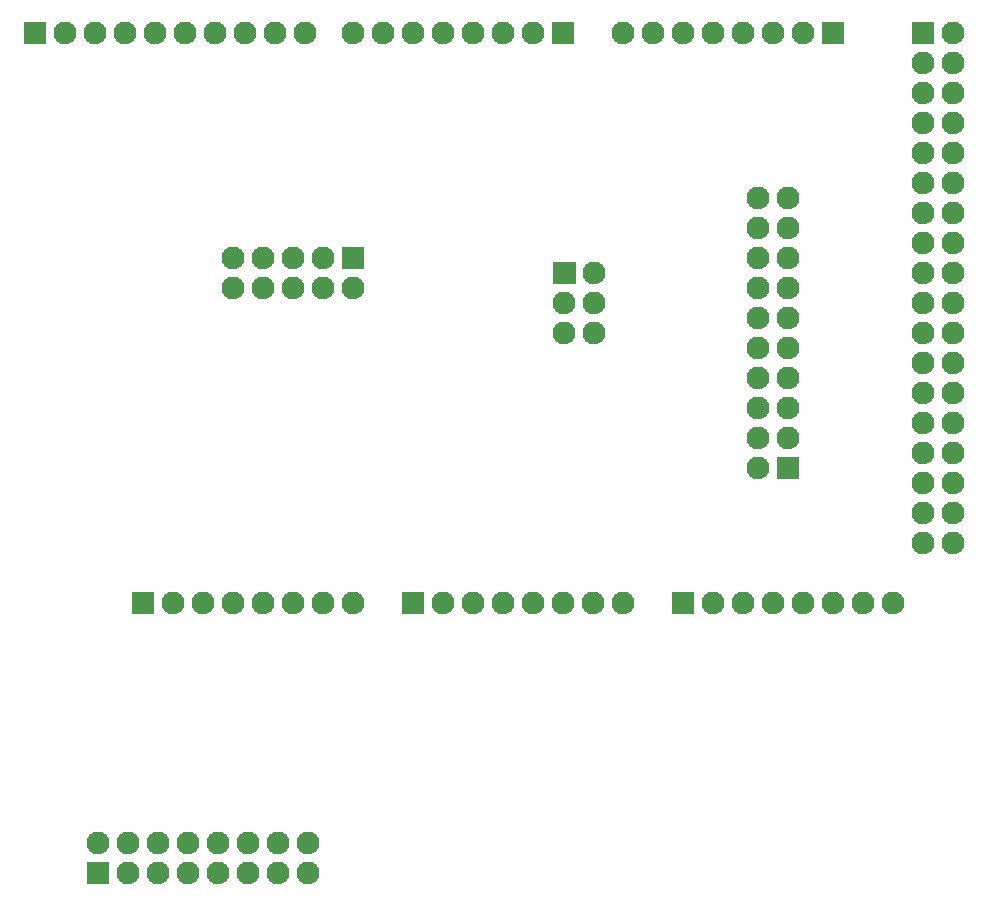
<source format=gbr>
G04 start of page 7 for group -4062 idx -4062 *
G04 Title: (unknown), soldermask *
G04 Creator: pcb 20140316 *
G04 CreationDate: Wed 12 Dec 2018 10:26:37 PM GMT UTC *
G04 For: thomasc *
G04 Format: Gerber/RS-274X *
G04 PCB-Dimensions (mil): 3750.00 5000.00 *
G04 PCB-Coordinate-Origin: lower left *
%MOIN*%
%FSLAX25Y25*%
%LNBOTTOMMASK*%
%ADD48C,0.0001*%
%ADD47C,0.0760*%
G54D47*X260000Y430000D03*
X270000D03*
X250000D03*
X240000D03*
G54D48*G36*
X296200Y433800D02*Y426200D01*
X303800D01*
Y433800D01*
X296200D01*
G37*
G54D47*X280000Y430000D03*
X290000D03*
X230000D03*
G54D48*G36*
X206200Y433800D02*Y426200D01*
X213800D01*
Y433800D01*
X206200D01*
G37*
G54D47*X200000Y430000D03*
X180000D03*
X190000D03*
G54D48*G36*
X326200Y433800D02*Y426200D01*
X333800D01*
Y433800D01*
X326200D01*
G37*
G54D47*X340000Y420000D03*
X330000D03*
X340000Y430000D03*
Y410000D03*
X330000D03*
X340000Y400000D03*
X170000Y430000D03*
X160000D03*
X150000D03*
X140000D03*
X84000D03*
X94000D03*
X104000D03*
X114000D03*
X124000D03*
G54D48*G36*
X156200Y243800D02*Y236200D01*
X163800D01*
Y243800D01*
X156200D01*
G37*
G54D47*X170000Y240000D03*
X190000D03*
X180000D03*
X120000D03*
X130000D03*
X140000D03*
G54D48*G36*
X30200Y433800D02*Y426200D01*
X37800D01*
Y433800D01*
X30200D01*
G37*
G54D47*X74000Y430000D03*
X64000D03*
X54000D03*
X44000D03*
X140000Y345000D03*
G54D48*G36*
X136200Y358800D02*Y351200D01*
X143800D01*
Y358800D01*
X136200D01*
G37*
G54D47*X130000Y345000D03*
Y355000D03*
X120000Y345000D03*
Y355000D03*
X110000Y345000D03*
Y355000D03*
X100000Y345000D03*
Y355000D03*
G54D48*G36*
X66200Y243800D02*Y236200D01*
X73800D01*
Y243800D01*
X66200D01*
G37*
G54D47*X110000Y240000D03*
X100000D03*
X90000D03*
X80000D03*
X55000Y160000D03*
G54D48*G36*
X51200Y153800D02*Y146200D01*
X58800D01*
Y153800D01*
X51200D01*
G37*
G54D47*X65000Y160000D03*
Y150000D03*
X75000Y160000D03*
X85000D03*
X95000D03*
X105000D03*
X115000D03*
X125000D03*
X75000Y150000D03*
X85000D03*
X95000D03*
X105000D03*
X115000D03*
X125000D03*
G54D48*G36*
X246200Y243800D02*Y236200D01*
X253800D01*
Y243800D01*
X246200D01*
G37*
G54D47*X270000Y240000D03*
X260000D03*
X290000D03*
X280000D03*
X300000D03*
X310000D03*
X320000D03*
X200000D03*
X210000D03*
X220000D03*
X230000D03*
X330000Y400000D03*
Y390000D03*
Y380000D03*
X340000Y390000D03*
Y380000D03*
Y370000D03*
Y360000D03*
Y350000D03*
Y340000D03*
X330000Y370000D03*
Y360000D03*
Y350000D03*
Y340000D03*
X340000Y330000D03*
X330000D03*
Y320000D03*
Y310000D03*
X340000Y320000D03*
Y310000D03*
Y300000D03*
Y290000D03*
Y280000D03*
Y270000D03*
X330000Y300000D03*
Y290000D03*
Y280000D03*
Y270000D03*
X340000Y260000D03*
X330000D03*
X275000Y285000D03*
G54D48*G36*
X281200Y288800D02*Y281200D01*
X288800D01*
Y288800D01*
X281200D01*
G37*
G54D47*X275000Y295000D03*
X285000D03*
X275000Y305000D03*
X285000D03*
X275000Y315000D03*
X285000D03*
X220500Y350000D03*
Y340000D03*
Y330000D03*
G54D48*G36*
X206700Y353800D02*Y346200D01*
X214300D01*
Y353800D01*
X206700D01*
G37*
G54D47*X210500Y340000D03*
Y330000D03*
X275000Y325000D03*
X285000D03*
X275000Y335000D03*
X285000D03*
Y345000D03*
Y355000D03*
Y365000D03*
Y375000D03*
X275000Y345000D03*
Y355000D03*
Y365000D03*
Y375000D03*
M02*

</source>
